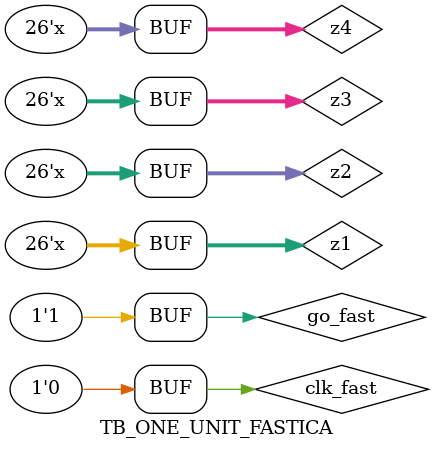
<source format=v>
`timescale 100ps/1ps

module TB_ONE_UNIT_FASTICA;
    reg clk_fast;
    reg go_fast;

    reg signed [25:0] z1, z2, z3, z4;

    wire signed [25:0] w11_in, w12_in, w13_in, w14_in;
    wire signed [25:0] w21_in, w22_in, w23_in, w24_in;
    wire signed [25:0] w31_in, w32_in, w33_in, w34_in;
    wire signed [25:0] w41_in, w42_in, w43_in, w44_in;

    wire fast_busy;
    wire signed [25:0] w11_out, w12_out, w13_out, w14_out;
    wire signed [25:0] w21_out, w22_out, w23_out, w24_out;
    wire signed [25:0] w31_out, w32_out, w33_out, w34_out;
    wire signed [25:0] w41_out, w42_out, w43_out, w44_out;

   FASTICA ONE_UNIT_FASTICA (
        .clk_fast(clk_fast),
        .go_fast(go_fast),

        .z1(z1), .z2(z2), .z3(z3), .z4(z4),

        .w11_in(w11_in), .w12_in(w12_in), .w13_in(w13_in), .w14_in(w14_in),
        .w21_in(w21_in), .w22_in(w22_in), .w23_in(w23_in), .w24_in(w24_in),
        .w31_in(w31_in), .w32_in(w32_in), .w33_in(w33_in), .w34_in(w34_in),
        .w41_in(w41_in), .w42_in(w42_in), .w43_in(w43_in), .w44_in(w44_in),

        .fast_busy(fast_busy),

        .w11_out(w11_out), .w12_out(w12_out), .w13_out(w13_out), .w14_out(w14_out),
        .w21_out(w21_out), .w22_out(w22_out), .w23_out(w23_out), .w24_out(w24_out),
        .w31_out(w31_out), .w32_out(w32_out), .w33_out(w33_out), .w34_out(w34_out),
        .w41_out(w41_out), .w42_out(w42_out), .w43_out(w43_out), .w44_out(w44_out)
   );

   reg signed [3:0] clk_cnt;
   reg ascent;

   initial begin
       clk_fast = 1'b0;
       go_fast = 1'b0;
       z1 = 26'd0;
       z2 = 26'd0;
       z3 = 26'd0;
       z4 = 26'd0;

       ascent = 1'b1;

       clk_cnt = 4'd0;

       #10 go_fast = 1'b1;
   end
   
   assign #10 clk_fast = ~clk_fast;

   always @(posedge clk_fast) begin
        if (ascent) begin
           clk_cnt <= clk_cnt + 1;
       end else begin
           clk_cnt <= clk_cnt - 1;
       end
   end

   always @(*) begin
       if (clk_cnt == 4) begin
           ascent = 1'b0;
       end else if(clk_cnt == -4) begin
           ascent = 1'b1;
       end

       if (ascent) begin
           z1 = z1 + 26'd8200;
           z2 = z2 - 26'd8200;
           z3 = z3 + 26'd8200;
           z4 = z4 - 26'd8200;
       end else begin
           z1 = z1 - 26'd8200;
           z2 = z2 + 26'd8200;
           z3 = z3 - 26'd8200;
           z4 = z4 + 26'd8200;
       end
   end

endmodule
</source>
